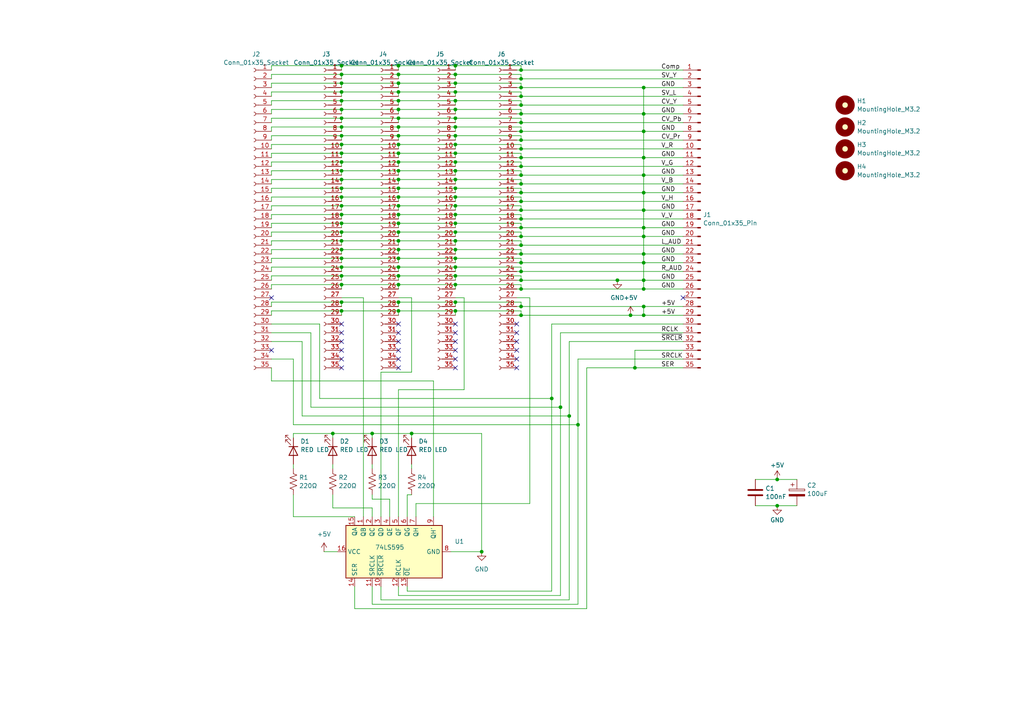
<source format=kicad_sch>
(kicad_sch (version 20231120) (generator "eeschema") (generator_version "8.0")
  (paper "A4")
  (lib_symbols
    (symbol "+5V_1" (power) (pin_numbers hide) (pin_names (offset 0) hide)
      (property "Value" "+5V" (at 0 3.556 0))
      (symbol "+5V_1_1_1"
        (pin power_in line (at 0 0 90) (length 0) (name "~") (number "1"))
      )
    )
    (symbol "74xx:74LS595"
      (property "Reference" "U" (at -7.62 13.97 0))
      (property "Value" "74LS595" (at -7.62 -16.51 0))
      (symbol "74LS595_1_0"
        (pin tri_state line (at 10.16 7.62 180) (length 2.54) (name "QB") (number "1"))
        (pin input line (at -10.16 2.54 0) (length 2.54) (name "~{SRCLR}") (number "10"))
        (pin input line (at -10.16 5.08 0) (length 2.54) (name "SRCLK") (number "11"))
        (pin input line (at -10.16 -2.54 0) (length 2.54) (name "RCLK") (number "12"))
        (pin input line (at -10.16 -5.08 0) (length 2.54) (name "~{OE}") (number "13"))
        (pin input line (at -10.16 10.16 0) (length 2.54) (name "SER") (number "14"))
        (pin tri_state line (at 10.16 10.16 180) (length 2.54) (name "QA") (number "15"))
        (pin power_in line (at 0 15.24 270) (length 2.54) (name "VCC") (number "16"))
        (pin tri_state line (at 10.16 5.08 180) (length 2.54) (name "QC") (number "2"))
        (pin tri_state line (at 10.16 2.54 180) (length 2.54) (name "QD") (number "3"))
        (pin tri_state line (at 10.16 0 180) (length 2.54) (name "QE") (number "4"))
        (pin tri_state line (at 10.16 -2.54 180) (length 2.54) (name "QF") (number "5"))
        (pin tri_state line (at 10.16 -5.08 180) (length 2.54) (name "QG") (number "6"))
        (pin tri_state line (at 10.16 -7.62 180) (length 2.54) (name "QH") (number "7"))
        (pin power_in line (at 0 -17.78 90) (length 2.54) (name "GND") (number "8"))
        (pin output line (at 10.16 -12.7 180) (length 2.54) (name "QH'") (number "9"))
      )
    )
    (symbol "Connector:Conn_01x35_Pin" (pin_names (offset 1.016) hide)
      (property "Reference" "J" (at 0 45.72 0))
      (property "Value" "Conn_01x35_Pin" (at 0 -45.72 0))
      (symbol "Conn_01x35_Pin_1_1"
        (pin passive line (at 5.08 43.18 180) (length 3.81) (name "Pin_1") (number "1"))
        (pin passive line (at 5.08 20.32 180) (length 3.81) (name "Pin_10") (number "10"))
        (pin passive line (at 5.08 17.78 180) (length 3.81) (name "Pin_11") (number "11"))
        (pin passive line (at 5.08 15.24 180) (length 3.81) (name "Pin_12") (number "12"))
        (pin passive line (at 5.08 12.7 180) (length 3.81) (name "Pin_13") (number "13"))
        (pin passive line (at 5.08 10.16 180) (length 3.81) (name "Pin_14") (number "14"))
        (pin passive line (at 5.08 7.62 180) (length 3.81) (name "Pin_15") (number "15"))
        (pin passive line (at 5.08 5.08 180) (length 3.81) (name "Pin_16") (number "16"))
        (pin passive line (at 5.08 2.54 180) (length 3.81) (name "Pin_17") (number "17"))
        (pin passive line (at 5.08 0 180) (length 3.81) (name "Pin_18") (number "18"))
        (pin passive line (at 5.08 -2.54 180) (length 3.81) (name "Pin_19") (number "19"))
        (pin passive line (at 5.08 40.64 180) (length 3.81) (name "Pin_2") (number "2"))
        (pin passive line (at 5.08 -5.08 180) (length 3.81) (name "Pin_20") (number "20"))
        (pin passive line (at 5.08 -7.62 180) (length 3.81) (name "Pin_21") (number "21"))
        (pin passive line (at 5.08 -10.16 180) (length 3.81) (name "Pin_22") (number "22"))
        (pin passive line (at 5.08 -12.7 180) (length 3.81) (name "Pin_23") (number "23"))
        (pin passive line (at 5.08 -15.24 180) (length 3.81) (name "Pin_24") (number "24"))
        (pin passive line (at 5.08 -17.78 180) (length 3.81) (name "Pin_25") (number "25"))
        (pin passive line (at 5.08 -20.32 180) (length 3.81) (name "Pin_26") (number "26"))
        (pin passive line (at 5.08 -22.86 180) (length 3.81) (name "Pin_27") (number "27"))
        (pin passive line (at 5.08 -25.4 180) (length 3.81) (name "Pin_28") (number "28"))
        (pin passive line (at 5.08 -27.94 180) (length 3.81) (name "Pin_29") (number "29"))
        (pin passive line (at 5.08 38.1 180) (length 3.81) (name "Pin_3") (number "3"))
        (pin passive line (at 5.08 -30.48 180) (length 3.81) (name "Pin_30") (number "30"))
        (pin passive line (at 5.08 -33.02 180) (length 3.81) (name "Pin_31") (number "31"))
        (pin passive line (at 5.08 -35.56 180) (length 3.81) (name "Pin_32") (number "32"))
        (pin passive line (at 5.08 -38.1 180) (length 3.81) (name "Pin_33") (number "33"))
        (pin passive line (at 5.08 -40.64 180) (length 3.81) (name "Pin_34") (number "34"))
        (pin passive line (at 5.08 -43.18 180) (length 3.81) (name "Pin_35") (number "35"))
        (pin passive line (at 5.08 35.56 180) (length 3.81) (name "Pin_4") (number "4"))
        (pin passive line (at 5.08 33.02 180) (length 3.81) (name "Pin_5") (number "5"))
        (pin passive line (at 5.08 30.48 180) (length 3.81) (name "Pin_6") (number "6"))
        (pin passive line (at 5.08 27.94 180) (length 3.81) (name "Pin_7") (number "7"))
        (pin passive line (at 5.08 25.4 180) (length 3.81) (name "Pin_8") (number "8"))
        (pin passive line (at 5.08 22.86 180) (length 3.81) (name "Pin_9") (number "9"))
      )
    )
    (symbol "Connector:Conn_01x35_Socket" (pin_names (offset 1.016) hide)
      (property "Reference" "J" (at 0 45.72 0))
      (property "Value" "Conn_01x35_Socket" (at 0 -45.72 0))
      (symbol "Conn_01x35_Socket_1_1"
        (pin passive line (at -5.08 43.18 0) (length 3.81) (name "Pin_1") (number "1"))
        (pin passive line (at -5.08 20.32 0) (length 3.81) (name "Pin_10") (number "10"))
        (pin passive line (at -5.08 17.78 0) (length 3.81) (name "Pin_11") (number "11"))
        (pin passive line (at -5.08 15.24 0) (length 3.81) (name "Pin_12") (number "12"))
        (pin passive line (at -5.08 12.7 0) (length 3.81) (name "Pin_13") (number "13"))
        (pin passive line (at -5.08 10.16 0) (length 3.81) (name "Pin_14") (number "14"))
        (pin passive line (at -5.08 7.62 0) (length 3.81) (name "Pin_15") (number "15"))
        (pin passive line (at -5.08 5.08 0) (length 3.81) (name "Pin_16") (number "16"))
        (pin passive line (at -5.08 2.54 0) (length 3.81) (name "Pin_17") (number "17"))
        (pin passive line (at -5.08 0 0) (length 3.81) (name "Pin_18") (number "18"))
        (pin passive line (at -5.08 -2.54 0) (length 3.81) (name "Pin_19") (number "19"))
        (pin passive line (at -5.08 40.64 0) (length 3.81) (name "Pin_2") (number "2"))
        (pin passive line (at -5.08 -5.08 0) (length 3.81) (name "Pin_20") (number "20"))
        (pin passive line (at -5.08 -7.62 0) (length 3.81) (name "Pin_21") (number "21"))
        (pin passive line (at -5.08 -10.16 0) (length 3.81) (name "Pin_22") (number "22"))
        (pin passive line (at -5.08 -12.7 0) (length 3.81) (name "Pin_23") (number "23"))
        (pin passive line (at -5.08 -15.24 0) (length 3.81) (name "Pin_24") (number "24"))
        (pin passive line (at -5.08 -17.78 0) (length 3.81) (name "Pin_25") (number "25"))
        (pin passive line (at -5.08 -20.32 0) (length 3.81) (name "Pin_26") (number "26"))
        (pin passive line (at -5.08 -22.86 0) (length 3.81) (name "Pin_27") (number "27"))
        (pin passive line (at -5.08 -25.4 0) (length 3.81) (name "Pin_28") (number "28"))
        (pin passive line (at -5.08 -27.94 0) (length 3.81) (name "Pin_29") (number "29"))
        (pin passive line (at -5.08 38.1 0) (length 3.81) (name "Pin_3") (number "3"))
        (pin passive line (at -5.08 -30.48 0) (length 3.81) (name "Pin_30") (number "30"))
        (pin passive line (at -5.08 -33.02 0) (length 3.81) (name "Pin_31") (number "31"))
        (pin passive line (at -5.08 -35.56 0) (length 3.81) (name "Pin_32") (number "32"))
        (pin passive line (at -5.08 -38.1 0) (length 3.81) (name "Pin_33") (number "33"))
        (pin passive line (at -5.08 -40.64 0) (length 3.81) (name "Pin_34") (number "34"))
        (pin passive line (at -5.08 -43.18 0) (length 3.81) (name "Pin_35") (number "35"))
        (pin passive line (at -5.08 35.56 0) (length 3.81) (name "Pin_4") (number "4"))
        (pin passive line (at -5.08 33.02 0) (length 3.81) (name "Pin_5") (number "5"))
        (pin passive line (at -5.08 30.48 0) (length 3.81) (name "Pin_6") (number "6"))
        (pin passive line (at -5.08 27.94 0) (length 3.81) (name "Pin_7") (number "7"))
        (pin passive line (at -5.08 25.4 0) (length 3.81) (name "Pin_8") (number "8"))
        (pin passive line (at -5.08 22.86 0) (length 3.81) (name "Pin_9") (number "9"))
      )
    )
    (symbol "Device:C" (pin_numbers hide) (pin_names (offset 0.254))
      (property "Reference" "C" (at 0.635 2.54 0))
      (property "Value" "C" (at 0.635 -2.54 0))
      (symbol "C_1_1"
        (pin passive line (at 0 3.81 270) (length 2.794) (name "~") (number "1"))
        (pin passive line (at 0 -3.81 90) (length 2.794) (name "~") (number "2"))
      )
    )
    (symbol "Device:C_Polarized" (pin_numbers hide) (pin_names (offset 0.254))
      (property "Reference" "C" (at 0.635 2.54 0))
      (property "Value" "C_Polarized" (at 0.635 -2.54 0))
      (symbol "C_Polarized_1_1"
        (pin passive line (at 0 3.81 270) (length 2.794) (name "~") (number "1"))
        (pin passive line (at 0 -3.81 90) (length 2.794) (name "~") (number "2"))
      )
    )
    (symbol "Device:LED" (pin_numbers hide) (pin_names (offset 1.016) hide)
      (property "Reference" "D" (at 0 2.54 0))
      (property "Value" "LED" (at 0 -2.54 0))
      (symbol "LED_1_1"
        (pin passive line (at -3.81 0 0) (length 2.54) (name "K") (number "1"))
        (pin passive line (at 3.81 0 180) (length 2.54) (name "A") (number "2"))
      )
    )
    (symbol "Device:R_US" (pin_numbers hide) (pin_names (offset 0))
      (property "Reference" "R" (at 2.54 0 90))
      (property "Value" "R_US" (at -2.54 0 90))
      (symbol "R_US_1_1"
        (pin passive line (at 0 3.81 270) (length 1.27) (name "~") (number "1"))
        (pin passive line (at 0 -3.81 90) (length 1.27) (name "~") (number "2"))
      )
    )
    (symbol "GND_1" (power) (pin_numbers hide) (pin_names (offset 0) hide)
      (property "Value" "GND" (at 0 -3.81 0))
      (symbol "GND_1_1_1"
        (pin power_in line (at 0 0 270) (length 0) (name "~") (number "1"))
      )
    )
    (symbol "PCM_SL_Mechanical:MountingHole_M3"
      (property "Reference" "H" (at 0 7.62 0))
      (property "Value" "MountingHole_M3" (at 0 5.08 0))
    )
    (symbol "power:+5V" (power) (pin_names (offset 0))
      (property "Value" "+5V" (at 0 3.556 0))
      (symbol "+5V_1_1"
        (pin power_in line (at 0 0 90) (length 0) hide (name "+5V") (number "1"))
      )
    )
    (symbol "power:GND" (power) (pin_names (offset 0))
      (property "Value" "GND" (at 0 -3.81 0))
      (symbol "GND_1_1"
        (pin power_in line (at 0 0 270) (length 0) hide (name "GND") (number "1"))
      )
    )
  )
  (junction (at 99.06 21.59))
  (junction (at 151.13 53.34))
  (junction (at 115.57 77.47))
  (junction (at 99.06 39.37))
  (junction (at 151.13 38.1))
  (junction (at 115.57 36.83))
  (junction (at 132.08 46.99))
  (junction (at 184.15 106.68))
  (junction (at 99.06 41.91))
  (junction (at 165.1 120.65))
  (junction (at 151.13 63.5))
  (junction (at 186.69 60.96))
  (junction (at 132.08 80.01))
  (junction (at 99.06 67.31))
  (junction (at 115.57 87.63))
  (junction (at 99.06 31.75))
  (junction (at 99.06 44.45))
  (junction (at 132.08 67.31))
  (junction (at 186.69 38.1))
  (junction (at 99.06 19.05))
  (junction (at 186.69 66.04))
  (junction (at 115.57 74.93))
  (junction (at 132.08 29.21))
  (junction (at 151.13 55.88))
  (junction (at 186.69 73.66))
  (junction (at 115.57 62.23))
  (junction (at 115.57 41.91))
  (junction (at 186.69 76.2))
  (junction (at 115.57 19.05))
  (junction (at 151.13 45.72))
  (junction (at 132.08 24.13))
  (junction (at 132.08 59.69))
  (junction (at 119.38 125.73))
  (junction (at 99.06 52.07))
  (junction (at 99.06 46.99))
  (junction (at 186.69 81.28))
  (junction (at 115.57 52.07))
  (junction (at 115.57 44.45))
  (junction (at 96.52 125.73))
  (junction (at 115.57 29.21))
  (junction (at 99.06 49.53))
  (junction (at 132.08 34.29))
  (junction (at 182.88 91.44))
  (junction (at 115.57 31.75))
  (junction (at 151.13 30.48))
  (junction (at 151.13 22.86))
  (junction (at 132.08 49.53))
  (junction (at 99.06 62.23))
  (junction (at 99.06 82.55))
  (junction (at 132.08 26.67))
  (junction (at 132.08 54.61))
  (junction (at 151.13 43.18))
  (junction (at 115.57 46.99))
  (junction (at 132.08 82.55))
  (junction (at 151.13 48.26))
  (junction (at 132.08 52.07))
  (junction (at 132.08 74.93))
  (junction (at 99.06 87.63))
  (junction (at 132.08 31.75))
  (junction (at 132.08 77.47))
  (junction (at 99.06 77.47))
  (junction (at 162.56 118.11))
  (junction (at 132.08 69.85))
  (junction (at 186.69 88.9))
  (junction (at 167.64 123.19))
  (junction (at 225.425 146.685))
  (junction (at 115.57 39.37))
  (junction (at 115.57 21.59))
  (junction (at 132.08 64.77))
  (junction (at 107.95 125.73))
  (junction (at 151.13 71.12))
  (junction (at 99.06 72.39))
  (junction (at 115.57 90.17))
  (junction (at 151.13 60.96))
  (junction (at 151.13 20.32))
  (junction (at 132.08 62.23))
  (junction (at 99.06 64.77))
  (junction (at 115.57 24.13))
  (junction (at 99.06 90.17))
  (junction (at 186.69 68.58))
  (junction (at 186.69 91.44))
  (junction (at 151.13 81.28))
  (junction (at 151.13 66.04))
  (junction (at 151.13 68.58))
  (junction (at 132.08 21.59))
  (junction (at 179.07 81.28))
  (junction (at 99.06 80.01))
  (junction (at 99.06 57.15))
  (junction (at 115.57 64.77))
  (junction (at 151.13 76.2))
  (junction (at 99.06 74.93))
  (junction (at 151.13 35.56))
  (junction (at 115.57 67.31))
  (junction (at 139.7 160.02))
  (junction (at 132.08 41.91))
  (junction (at 115.57 59.69))
  (junction (at 151.13 27.94))
  (junction (at 99.06 29.21))
  (junction (at 151.13 40.64))
  (junction (at 99.06 59.69))
  (junction (at 160.02 115.57))
  (junction (at 186.69 83.82))
  (junction (at 115.57 72.39))
  (junction (at 115.57 82.55))
  (junction (at 151.13 25.4))
  (junction (at 186.69 50.8))
  (junction (at 115.57 54.61))
  (junction (at 115.57 26.67))
  (junction (at 225.425 139.065))
  (junction (at 151.13 73.66))
  (junction (at 132.08 19.05))
  (junction (at 99.06 36.83))
  (junction (at 186.69 45.72))
  (junction (at 151.13 83.82))
  (junction (at 132.08 39.37))
  (junction (at 151.13 88.9))
  (junction (at 115.57 49.53))
  (junction (at 132.08 44.45))
  (junction (at 115.57 69.85))
  (junction (at 99.06 24.13))
  (junction (at 132.08 87.63))
  (junction (at 99.06 26.67))
  (junction (at 151.13 78.74))
  (junction (at 99.06 34.29))
  (junction (at 115.57 34.29))
  (junction (at 115.57 80.01))
  (junction (at 186.69 33.02))
  (junction (at 186.69 55.88))
  (junction (at 132.08 72.39))
  (junction (at 115.57 57.15))
  (junction (at 99.06 54.61))
  (junction (at 151.13 50.8))
  (junction (at 151.13 91.44))
  (junction (at 132.08 57.15))
  (junction (at 132.08 36.83))
  (junction (at 151.13 58.42))
  (junction (at 186.69 25.4))
  (junction (at 151.13 33.02))
  (junction (at 99.06 69.85))
  (junction (at 132.08 90.17))
  (no_connect (at 149.86 104.14))
  (no_connect (at 149.86 106.68))
  (no_connect (at 99.06 101.6))
  (no_connect (at 78.74 101.6))
  (no_connect (at 149.86 101.6))
  (no_connect (at 99.06 106.68))
  (no_connect (at 99.06 96.52))
  (no_connect (at 115.57 93.98))
  (no_connect (at 115.57 96.52))
  (no_connect (at 132.08 96.52))
  (no_connect (at 99.06 99.06))
  (no_connect (at 132.08 106.68))
  (no_connect (at 149.86 96.52))
  (no_connect (at 132.08 101.6))
  (no_connect (at 115.57 106.68))
  (no_connect (at 149.86 93.98))
  (no_connect (at 132.08 104.14))
  (no_connect (at 198.12 86.36))
  (no_connect (at 78.74 86.36))
  (no_connect (at 115.57 104.14))
  (no_connect (at 132.08 93.98))
  (no_connect (at 115.57 99.06))
  (no_connect (at 132.08 99.06))
  (no_connect (at 149.86 99.06))
  (no_connect (at 99.06 93.98))
  (no_connect (at 115.57 101.6))
  (no_connect (at 99.06 104.14))
  (wire (pts (xy 78.74 59.69) (xy 99.06 59.69)))
  (wire (pts (xy 115.57 64.77) (xy 115.57 66.04)))
  (wire (pts (xy 151.13 22.86) (xy 151.13 21.59)))
  (wire (pts (xy 186.69 38.1) (xy 186.69 33.02)))
  (wire (pts (xy 96.52 125.73) (xy 96.52 127)))
  (wire (pts (xy 151.13 66.04) (xy 186.69 66.04)))
  (wire (pts (xy 151.13 21.59) (xy 132.08 21.59)))
  (wire (pts (xy 151.13 45.72) (xy 151.13 44.45)))
  (wire (pts (xy 151.13 73.66) (xy 151.13 72.39)))
  (wire (pts (xy 151.13 36.83) (xy 132.08 36.83)))
  (wire (pts (xy 115.57 80.01) (xy 115.57 81.28)))
  (wire (pts (xy 78.74 80.01) (xy 99.06 80.01)))
  (wire (pts (xy 78.74 44.45) (xy 78.74 45.72)))
  (wire (pts (xy 151.13 39.37) (xy 132.08 39.37)))
  (wire (pts (xy 151.13 91.44) (xy 151.13 90.17)))
  (wire (pts (xy 115.57 19.05) (xy 99.06 19.05)))
  (wire (pts (xy 219.075 146.685) (xy 225.425 146.685)))
  (wire (pts (xy 78.74 62.23) (xy 99.06 62.23)))
  (wire (pts (xy 78.74 93.98) (xy 92.71 93.98)))
  (wire (pts (xy 107.95 144.78) (xy 107.95 143.51)))
  (wire (pts (xy 132.08 67.31) (xy 115.57 67.31)))
  (wire (pts (xy 115.57 69.85) (xy 115.57 71.12)))
  (wire (pts (xy 132.08 62.23) (xy 132.08 63.5)))
  (wire (pts (xy 132.08 44.45) (xy 132.08 45.72)))
  (wire (pts (xy 151.13 63.5) (xy 151.13 62.23)))
  (wire (pts (xy 167.64 123.19) (xy 167.64 175.26)))
  (wire (pts (xy 99.06 72.39) (xy 99.06 73.66)))
  (wire (pts (xy 78.74 87.63) (xy 99.06 87.63)))
  (wire (pts (xy 99.06 87.63) (xy 99.06 88.9)))
  (wire (pts (xy 118.11 170.18) (xy 118.11 171.45)))
  (wire (pts (xy 151.13 48.26) (xy 151.13 46.99)))
  (wire (pts (xy 132.08 44.45) (xy 115.57 44.45)))
  (wire (pts (xy 90.17 118.11) (xy 162.56 118.11)))
  (wire (pts (xy 186.69 68.58) (xy 198.12 68.58)))
  (wire (pts (xy 132.08 39.37) (xy 115.57 39.37)))
  (wire (pts (xy 149.86 73.66) (xy 151.13 73.66)))
  (wire (pts (xy 149.86 91.44) (xy 151.13 91.44)))
  (wire (pts (xy 151.13 41.91) (xy 132.08 41.91)))
  (wire (pts (xy 115.57 26.67) (xy 115.57 27.94)))
  (wire (pts (xy 132.08 49.53) (xy 132.08 50.8)))
  (wire (pts (xy 132.08 77.47) (xy 132.08 78.74)))
  (wire (pts (xy 151.13 71.12) (xy 198.12 71.12)))
  (wire (pts (xy 160.02 171.45) (xy 160.02 115.57)))
  (wire (pts (xy 186.69 25.4) (xy 186.69 33.02)))
  (wire (pts (xy 151.13 69.85) (xy 132.08 69.85)))
  (wire (pts (xy 151.13 78.74) (xy 198.12 78.74)))
  (wire (pts (xy 151.13 54.61) (xy 132.08 54.61)))
  (wire (pts (xy 151.13 53.34) (xy 198.12 53.34)))
  (wire (pts (xy 107.95 175.26) (xy 107.95 170.18)))
  (wire (pts (xy 99.06 54.61) (xy 99.06 55.88)))
  (wire (pts (xy 78.74 26.67) (xy 99.06 26.67)))
  (wire (pts (xy 132.08 41.91) (xy 132.08 43.18)))
  (wire (pts (xy 151.13 77.47) (xy 132.08 77.47)))
  (wire (pts (xy 78.74 54.61) (xy 78.74 55.88)))
  (wire (pts (xy 130.81 160.02) (xy 139.7 160.02)))
  (wire (pts (xy 186.69 73.66) (xy 198.12 73.66)))
  (wire (pts (xy 151.13 76.2) (xy 151.13 74.93)))
  (wire (pts (xy 170.18 106.68) (xy 184.15 106.68)))
  (wire (pts (xy 78.74 64.77) (xy 78.74 66.04)))
  (wire (pts (xy 115.57 31.75) (xy 99.06 31.75)))
  (wire (pts (xy 151.13 66.04) (xy 151.13 64.77)))
  (wire (pts (xy 186.69 25.4) (xy 198.12 25.4)))
  (wire (pts (xy 132.08 87.63) (xy 132.08 88.9)))
  (wire (pts (xy 99.06 49.53) (xy 99.06 50.8)))
  (wire (pts (xy 151.13 62.23) (xy 132.08 62.23)))
  (wire (pts (xy 113.03 149.86) (xy 113.03 144.78)))
  (wire (pts (xy 151.13 40.64) (xy 198.12 40.64)))
  (wire (pts (xy 99.06 44.45) (xy 99.06 45.72)))
  (wire (pts (xy 149.86 22.86) (xy 151.13 22.86)))
  (wire (pts (xy 119.38 127) (xy 119.38 125.73)))
  (wire (pts (xy 151.13 26.67) (xy 132.08 26.67)))
  (wire (pts (xy 132.08 64.77) (xy 115.57 64.77)))
  (wire (pts (xy 115.57 172.72) (xy 162.56 172.72)))
  (wire (pts (xy 132.08 57.15) (xy 132.08 58.42)))
  (wire (pts (xy 149.86 71.12) (xy 151.13 71.12)))
  (wire (pts (xy 151.13 55.88) (xy 151.13 54.61)))
  (wire (pts (xy 78.74 29.21) (xy 78.74 30.48)))
  (wire (pts (xy 151.13 91.44) (xy 182.88 91.44)))
  (wire (pts (xy 132.08 57.15) (xy 115.57 57.15)))
  (wire (pts (xy 115.57 72.39) (xy 115.57 73.66)))
  (wire (pts (xy 151.13 25.4) (xy 151.13 24.13)))
  (wire (pts (xy 78.74 96.52) (xy 90.17 96.52)))
  (wire (pts (xy 118.11 143.51) (xy 119.38 143.51)))
  (wire (pts (xy 115.57 57.15) (xy 99.06 57.15)))
  (wire (pts (xy 99.06 82.55) (xy 99.06 83.82)))
  (wire (pts (xy 78.74 54.61) (xy 99.06 54.61)))
  (wire (pts (xy 151.13 76.2) (xy 186.69 76.2)))
  (wire (pts (xy 90.17 96.52) (xy 90.17 118.11)))
  (wire (pts (xy 151.13 59.69) (xy 132.08 59.69)))
  (wire (pts (xy 115.57 59.69) (xy 115.57 60.96)))
  (wire (pts (xy 149.86 78.74) (xy 151.13 78.74)))
  (wire (pts (xy 78.74 24.13) (xy 78.74 25.4)))
  (wire (pts (xy 99.06 46.99) (xy 99.06 48.26)))
  (wire (pts (xy 151.13 55.88) (xy 186.69 55.88)))
  (wire (pts (xy 99.06 59.69) (xy 99.06 60.96)))
  (wire (pts (xy 87.63 120.65) (xy 165.1 120.65)))
  (wire (pts (xy 151.13 64.77) (xy 132.08 64.77)))
  (wire (pts (xy 78.74 59.69) (xy 78.74 60.96)))
  (wire (pts (xy 115.57 24.13) (xy 115.57 25.4)))
  (wire (pts (xy 107.95 127) (xy 107.95 125.73)))
  (wire (pts (xy 115.57 26.67) (xy 99.06 26.67)))
  (wire (pts (xy 115.57 80.01) (xy 99.06 80.01)))
  (wire (pts (xy 151.13 27.94) (xy 198.12 27.94)))
  (wire (pts (xy 132.08 52.07) (xy 132.08 53.34)))
  (wire (pts (xy 151.13 88.9) (xy 186.69 88.9)))
  (wire (pts (xy 225.425 146.685) (xy 231.14 146.685)))
  (wire (pts (xy 92.71 115.57) (xy 160.02 115.57)))
  (wire (pts (xy 78.74 46.99) (xy 78.74 48.26)))
  (wire (pts (xy 115.57 62.23) (xy 115.57 63.5)))
  (wire (pts (xy 184.15 106.68) (xy 198.12 106.68)))
  (wire (pts (xy 149.86 66.04) (xy 151.13 66.04)))
  (wire (pts (xy 151.13 67.31) (xy 132.08 67.31)))
  (wire (pts (xy 186.69 88.9) (xy 198.12 88.9)))
  (wire (pts (xy 99.06 24.13) (xy 99.06 25.4)))
  (wire (pts (xy 78.74 49.53) (xy 99.06 49.53)))
  (wire (pts (xy 115.57 21.59) (xy 115.57 22.86)))
  (wire (pts (xy 151.13 58.42) (xy 198.12 58.42)))
  (wire (pts (xy 78.74 44.45) (xy 99.06 44.45)))
  (wire (pts (xy 78.74 67.31) (xy 78.74 68.58)))
  (wire (pts (xy 132.08 90.17) (xy 132.08 91.44)))
  (wire (pts (xy 151.13 50.8) (xy 186.69 50.8)))
  (wire (pts (xy 132.08 21.59) (xy 132.08 22.86)))
  (wire (pts (xy 151.13 34.29) (xy 132.08 34.29)))
  (wire (pts (xy 78.74 24.13) (xy 99.06 24.13)))
  (wire (pts (xy 151.13 43.18) (xy 151.13 41.91)))
  (wire (pts (xy 132.08 31.75) (xy 132.08 33.02)))
  (wire (pts (xy 107.95 147.32) (xy 96.52 147.32)))
  (wire (pts (xy 118.11 171.45) (xy 160.02 171.45)))
  (wire (pts (xy 132.08 49.53) (xy 115.57 49.53)))
  (wire (pts (xy 151.13 81.28) (xy 151.13 80.01)))
  (wire (pts (xy 115.57 52.07) (xy 115.57 53.34)))
  (wire (pts (xy 99.06 34.29) (xy 99.06 35.56)))
  (wire (pts (xy 115.57 52.07) (xy 99.06 52.07)))
  (wire (pts (xy 149.86 43.18) (xy 151.13 43.18)))
  (wire (pts (xy 132.08 82.55) (xy 115.57 82.55)))
  (wire (pts (xy 115.57 82.55) (xy 115.57 83.82)))
  (wire (pts (xy 113.03 144.78) (xy 107.95 144.78)))
  (wire (pts (xy 225.425 139.065) (xy 231.14 139.065)))
  (wire (pts (xy 132.08 52.07) (xy 115.57 52.07)))
  (wire (pts (xy 78.74 87.63) (xy 78.74 88.9)))
  (wire (pts (xy 99.06 64.77) (xy 99.06 66.04)))
  (wire (pts (xy 115.57 67.31) (xy 115.57 68.58)))
  (wire (pts (xy 151.13 30.48) (xy 198.12 30.48)))
  (wire (pts (xy 151.13 20.32) (xy 151.13 19.05)))
  (wire (pts (xy 151.13 52.07) (xy 132.08 52.07)))
  (wire (pts (xy 78.74 26.67) (xy 78.74 27.94)))
  (wire (pts (xy 115.57 74.93) (xy 115.57 76.2)))
  (wire (pts (xy 186.69 50.8) (xy 198.12 50.8)))
  (wire (pts (xy 115.57 29.21) (xy 99.06 29.21)))
  (wire (pts (xy 119.38 86.36) (xy 115.57 86.36)))
  (wire (pts (xy 151.13 50.8) (xy 151.13 49.53)))
  (wire (pts (xy 99.06 41.91) (xy 99.06 43.18)))
  (wire (pts (xy 151.13 29.21) (xy 132.08 29.21)))
  (wire (pts (xy 105.41 149.86) (xy 105.41 86.36)))
  (wire (pts (xy 115.57 64.77) (xy 99.06 64.77)))
  (wire (pts (xy 99.06 29.21) (xy 99.06 30.48)))
  (wire (pts (xy 115.57 67.31) (xy 99.06 67.31)))
  (wire (pts (xy 99.06 74.93) (xy 99.06 76.2)))
  (wire (pts (xy 151.13 31.75) (xy 132.08 31.75)))
  (wire (pts (xy 87.63 99.06) (xy 87.63 120.65)))
  (wire (pts (xy 151.13 78.74) (xy 151.13 77.47)))
  (wire (pts (xy 78.74 99.06) (xy 87.63 99.06)))
  (wire (pts (xy 151.13 72.39) (xy 132.08 72.39)))
  (wire (pts (xy 78.74 49.53) (xy 78.74 50.8)))
  (wire (pts (xy 99.06 31.75) (xy 99.06 33.02)))
  (wire (pts (xy 132.08 64.77) (xy 132.08 66.04)))
  (wire (pts (xy 186.69 81.28) (xy 198.12 81.28)))
  (wire (pts (xy 78.74 36.83) (xy 99.06 36.83)))
  (wire (pts (xy 115.57 87.63) (xy 99.06 87.63)))
  (wire (pts (xy 149.86 55.88) (xy 151.13 55.88)))
  (wire (pts (xy 115.57 41.91) (xy 115.57 43.18)))
  (wire (pts (xy 151.13 24.13) (xy 132.08 24.13)))
  (wire (pts (xy 78.74 72.39) (xy 99.06 72.39)))
  (wire (pts (xy 132.08 24.13) (xy 132.08 25.4)))
  (wire (pts (xy 78.74 34.29) (xy 78.74 35.56)))
  (wire (pts (xy 182.88 91.44) (xy 186.69 91.44)))
  (wire (pts (xy 115.57 90.17) (xy 99.06 90.17)))
  (wire (pts (xy 132.08 19.05) (xy 115.57 19.05)))
  (wire (pts (xy 151.13 83.82) (xy 186.69 83.82)))
  (wire (pts (xy 151.13 68.58) (xy 186.69 68.58)))
  (wire (pts (xy 153.67 146.05) (xy 153.67 86.36)))
  (wire (pts (xy 132.08 39.37) (xy 132.08 40.64)))
  (wire (pts (xy 115.57 36.83) (xy 115.57 38.1)))
  (wire (pts (xy 115.57 49.53) (xy 99.06 49.53)))
  (wire (pts (xy 165.1 120.65) (xy 165.1 173.99)))
  (wire (pts (xy 115.57 46.99) (xy 99.06 46.99)))
  (wire (pts (xy 115.57 41.91) (xy 99.06 41.91)))
  (wire (pts (xy 78.74 110.49) (xy 78.74 106.68)))
  (wire (pts (xy 151.13 38.1) (xy 151.13 36.83)))
  (wire (pts (xy 96.52 134.62) (xy 96.52 135.89)))
  (wire (pts (xy 78.74 46.99) (xy 99.06 46.99)))
  (wire (pts (xy 115.57 90.17) (xy 115.57 91.44)))
  (wire (pts (xy 78.74 57.15) (xy 78.74 58.42)))
  (wire (pts (xy 151.13 22.86) (xy 198.12 22.86)))
  (wire (pts (xy 151.13 40.64) (xy 151.13 39.37)))
  (wire (pts (xy 102.87 176.53) (xy 170.18 176.53)))
  (wire (pts (xy 132.08 74.93) (xy 132.08 76.2)))
  (wire (pts (xy 78.74 41.91) (xy 99.06 41.91)))
  (wire (pts (xy 115.57 34.29) (xy 99.06 34.29)))
  (wire (pts (xy 132.08 80.01) (xy 115.57 80.01)))
  (wire (pts (xy 115.57 34.29) (xy 115.57 35.56)))
  (wire (pts (xy 78.74 29.21) (xy 99.06 29.21)))
  (wire (pts (xy 132.08 36.83) (xy 115.57 36.83)))
  (wire (pts (xy 125.73 110.49) (xy 125.73 149.86)))
  (wire (pts (xy 78.74 80.01) (xy 78.74 81.28)))
  (wire (pts (xy 78.74 77.47) (xy 78.74 78.74)))
  (wire (pts (xy 219.075 139.065) (xy 225.425 139.065)))
  (wire (pts (xy 115.57 36.83) (xy 99.06 36.83)))
  (wire (pts (xy 119.38 125.73) (xy 139.7 125.73)))
  (wire (pts (xy 78.74 57.15) (xy 99.06 57.15)))
  (wire (pts (xy 151.13 20.32) (xy 198.12 20.32)))
  (wire (pts (xy 153.67 86.36) (xy 149.86 86.36)))
  (wire (pts (xy 186.69 88.9) (xy 186.69 91.44)))
  (wire (pts (xy 85.09 104.14) (xy 85.09 123.19)))
  (wire (pts (xy 132.08 69.85) (xy 132.08 71.12)))
  (wire (pts (xy 110.49 107.95) (xy 110.49 149.86)))
  (wire (pts (xy 132.08 59.69) (xy 115.57 59.69)))
  (wire (pts (xy 78.74 19.05) (xy 78.74 20.32)))
  (wire (pts (xy 139.7 125.73) (xy 139.7 160.02)))
  (wire (pts (xy 151.13 33.02) (xy 151.13 31.75)))
  (wire (pts (xy 78.74 62.23) (xy 78.74 63.5)))
  (wire (pts (xy 99.06 39.37) (xy 99.06 40.64)))
  (wire (pts (xy 151.13 58.42) (xy 151.13 57.15)))
  (wire (pts (xy 186.69 68.58) (xy 186.69 66.04)))
  (wire (pts (xy 186.69 45.72) (xy 198.12 45.72)))
  (wire (pts (xy 134.62 113.03) (xy 134.62 86.36)))
  (wire (pts (xy 149.86 48.26) (xy 151.13 48.26)))
  (wire (pts (xy 151.13 82.55) (xy 132.08 82.55)))
  (wire (pts (xy 149.86 27.94) (xy 151.13 27.94)))
  (wire (pts (xy 149.86 30.48) (xy 151.13 30.48)))
  (wire (pts (xy 151.13 27.94) (xy 151.13 26.67)))
  (wire (pts (xy 149.86 63.5) (xy 151.13 63.5)))
  (wire (pts (xy 198.12 101.6) (xy 184.15 101.6)))
  (wire (pts (xy 151.13 73.66) (xy 186.69 73.66)))
  (wire (pts (xy 132.08 36.83) (xy 132.08 38.1)))
  (wire (pts (xy 186.69 76.2) (xy 198.12 76.2)))
  (wire (pts (xy 78.74 52.07) (xy 99.06 52.07)))
  (wire (pts (xy 115.57 170.18) (xy 115.57 172.72)))
  (wire (pts (xy 78.74 52.07) (xy 78.74 53.34)))
  (wire (pts (xy 115.57 77.47) (xy 115.57 78.74)))
  (wire (pts (xy 132.08 72.39) (xy 115.57 72.39)))
  (wire (pts (xy 149.86 88.9) (xy 151.13 88.9)))
  (wire (pts (xy 115.57 49.53) (xy 115.57 50.8)))
  (wire (pts (xy 99.06 69.85) (xy 99.06 71.12)))
  (wire (pts (xy 132.08 72.39) (xy 132.08 73.66)))
  (wire (pts (xy 78.74 82.55) (xy 78.74 83.82)))
  (wire (pts (xy 115.57 31.75) (xy 115.57 33.02)))
  (wire (pts (xy 162.56 172.72) (xy 162.56 118.11)))
  (wire (pts (xy 120.65 146.05) (xy 153.67 146.05)))
  (wire (pts (xy 85.09 143.51) (xy 85.09 149.86)))
  (wire (pts (xy 149.86 81.28) (xy 151.13 81.28)))
  (wire (pts (xy 78.74 31.75) (xy 78.74 33.02)))
  (wire (pts (xy 149.86 40.64) (xy 151.13 40.64)))
  (wire (pts (xy 92.71 93.98) (xy 92.71 115.57)))
  (wire (pts (xy 132.08 77.47) (xy 115.57 77.47)))
  (wire (pts (xy 184.15 101.6) (xy 184.15 106.68)))
  (wire (pts (xy 99.06 57.15) (xy 99.06 58.42)))
  (wire (pts (xy 85.09 125.73) (xy 85.09 127)))
  (wire (pts (xy 151.13 60.96) (xy 186.69 60.96)))
  (wire (pts (xy 186.69 55.88) (xy 186.69 50.8)))
  (wire (pts (xy 102.87 170.18) (xy 102.87 176.53)))
  (wire (pts (xy 132.08 59.69) (xy 132.08 60.96)))
  (wire (pts (xy 107.95 149.86) (xy 107.95 147.32)))
  (wire (pts (xy 151.13 25.4) (xy 186.69 25.4)))
  (wire (pts (xy 132.08 74.93) (xy 115.57 74.93)))
  (wire (pts (xy 118.11 149.86) (xy 118.11 143.51)))
  (wire (pts (xy 132.08 24.13) (xy 115.57 24.13)))
  (wire (pts (xy 151.13 80.01) (xy 132.08 80.01)))
  (wire (pts (xy 165.1 99.06) (xy 165.1 120.65)))
  (wire (pts (xy 132.08 19.05) (xy 132.08 20.32)))
  (wire (pts (xy 151.13 38.1) (xy 186.69 38.1)))
  (wire (pts (xy 149.86 76.2) (xy 151.13 76.2)))
  (wire (pts (xy 78.74 39.37) (xy 99.06 39.37)))
  (wire (pts (xy 110.49 173.99) (xy 110.49 170.18)))
  (wire (pts (xy 151.13 43.18) (xy 198.12 43.18)))
  (wire (pts (xy 115.57 54.61) (xy 99.06 54.61)))
  (wire (pts (xy 78.74 36.83) (xy 78.74 38.1)))
  (wire (pts (xy 132.08 80.01) (xy 132.08 81.28)))
  (wire (pts (xy 186.69 60.96) (xy 186.69 55.88)))
  (wire (pts (xy 78.74 77.47) (xy 99.06 77.47)))
  (wire (pts (xy 132.08 69.85) (xy 115.57 69.85)))
  (wire (pts (xy 78.74 19.05) (xy 99.06 19.05)))
  (wire (pts (xy 99.06 36.83) (xy 99.06 38.1)))
  (wire (pts (xy 99.06 19.05) (xy 99.06 20.32)))
  (wire (pts (xy 151.13 88.9) (xy 151.13 87.63)))
  (wire (pts (xy 115.57 69.85) (xy 99.06 69.85)))
  (wire (pts (xy 132.08 54.61) (xy 115.57 54.61)))
  (wire (pts (xy 132.08 87.63) (xy 115.57 87.63)))
  (wire (pts (xy 78.74 74.93) (xy 78.74 76.2)))
  (wire (pts (xy 115.57 149.86) (xy 115.57 113.03)))
  (wire (pts (xy 78.74 67.31) (xy 99.06 67.31)))
  (wire (pts (xy 99.06 52.07) (xy 99.06 53.34)))
  (wire (pts (xy 85.09 149.86) (xy 102.87 149.86)))
  (wire (pts (xy 134.62 86.36) (xy 132.08 86.36)))
  (wire (pts (xy 151.13 74.93) (xy 132.08 74.93)))
  (wire (pts (xy 149.86 20.32) (xy 151.13 20.32)))
  (wire (pts (xy 85.09 134.62) (xy 85.09 135.89)))
  (wire (pts (xy 186.69 66.04) (xy 198.12 66.04)))
  (wire (pts (xy 120.65 149.86) (xy 120.65 146.05)))
  (wire (pts (xy 132.08 29.21) (xy 115.57 29.21)))
  (wire (pts (xy 78.74 82.55) (xy 99.06 82.55)))
  (wire (pts (xy 119.38 134.62) (xy 119.38 135.89)))
  (wire (pts (xy 115.57 39.37) (xy 99.06 39.37)))
  (wire (pts (xy 151.13 60.96) (xy 151.13 59.69)))
  (wire (pts (xy 149.86 25.4) (xy 151.13 25.4)))
  (wire (pts (xy 198.12 99.06) (xy 165.1 99.06)))
  (wire (pts (xy 186.69 55.88) (xy 198.12 55.88)))
  (wire (pts (xy 132.08 26.67) (xy 115.57 26.67)))
  (wire (pts (xy 186.69 45.72) (xy 186.69 38.1)))
  (wire (pts (xy 186.69 91.44) (xy 198.12 91.44)))
  (wire (pts (xy 186.69 83.82) (xy 198.12 83.82)))
  (wire (pts (xy 151.13 35.56) (xy 151.13 34.29)))
  (wire (pts (xy 125.73 110.49) (xy 78.74 110.49)))
  (wire (pts (xy 115.57 24.13) (xy 99.06 24.13)))
  (wire (pts (xy 165.1 173.99) (xy 110.49 173.99)))
  (wire (pts (xy 78.74 21.59) (xy 78.74 22.86)))
  (wire (pts (xy 132.08 34.29) (xy 132.08 35.56)))
  (wire (pts (xy 96.52 125.73) (xy 107.95 125.73)))
  (wire (pts (xy 115.57 57.15) (xy 115.57 58.42)))
  (wire (pts (xy 151.13 57.15) (xy 132.08 57.15)))
  (wire (pts (xy 99.06 21.59) (xy 99.06 22.86)))
  (wire (pts (xy 99.06 80.01) (xy 99.06 81.28)))
  (wire (pts (xy 78.74 41.91) (xy 78.74 43.18)))
  (wire (pts (xy 132.08 82.55) (xy 132.08 83.82)))
  (wire (pts (xy 151.13 48.26) (xy 198.12 48.26)))
  (wire (pts (xy 99.06 77.47) (xy 99.06 78.74)))
  (wire (pts (xy 78.74 104.14) (xy 85.09 104.14)))
  (wire (pts (xy 115.57 62.23) (xy 99.06 62.23)))
  (wire (pts (xy 132.08 31.75) (xy 115.57 31.75)))
  (wire (pts (xy 149.86 33.02) (xy 151.13 33.02)))
  (wire (pts (xy 149.86 45.72) (xy 151.13 45.72)))
  (wire (pts (xy 132.08 26.67) (xy 132.08 27.94)))
  (wire (pts (xy 110.49 107.95) (xy 119.38 107.95)))
  (wire (pts (xy 99.06 62.23) (xy 99.06 63.5)))
  (wire (pts (xy 132.08 41.91) (xy 115.57 41.91)))
  (wire (pts (xy 78.74 31.75) (xy 99.06 31.75)))
  (wire (pts (xy 149.86 35.56) (xy 151.13 35.56)))
  (wire (pts (xy 151.13 81.28) (xy 179.07 81.28)))
  (wire (pts (xy 151.13 35.56) (xy 198.12 35.56)))
  (wire (pts (xy 93.98 160.02) (xy 97.79 160.02)))
  (wire (pts (xy 115.57 44.45) (xy 99.06 44.45)))
  (wire (pts (xy 151.13 49.53) (xy 132.08 49.53)))
  (wire (pts (xy 162.56 96.52) (xy 198.12 96.52)))
  (wire (pts (xy 119.38 107.95) (xy 119.38 86.36)))
  (wire (pts (xy 115.57 21.59) (xy 99.06 21.59)))
  (wire (pts (xy 160.02 115.57) (xy 160.02 93.98)))
  (wire (pts (xy 132.08 46.99) (xy 115.57 46.99)))
  (wire (pts (xy 78.74 64.77) (xy 99.06 64.77)))
  (wire (pts (xy 151.13 87.63) (xy 132.08 87.63)))
  (wire (pts (xy 115.57 54.61) (xy 115.57 55.88)))
  (wire (pts (xy 151.13 19.05) (xy 132.08 19.05)))
  (wire (pts (xy 151.13 30.48) (xy 151.13 29.21)))
  (wire (pts (xy 160.02 93.98) (xy 198.12 93.98)))
  (wire (pts (xy 149.86 50.8) (xy 151.13 50.8)))
  (wire (pts (xy 132.08 54.61) (xy 132.08 55.88)))
  (wire (pts (xy 115.57 44.45) (xy 115.57 45.72)))
  (wire (pts (xy 151.13 33.02) (xy 186.69 33.02)))
  (wire (pts (xy 78.74 39.37) (xy 78.74 40.64)))
  (wire (pts (xy 132.08 21.59) (xy 115.57 21.59)))
  (wire (pts (xy 107.95 134.62) (xy 107.95 135.89)))
  (wire (pts (xy 149.86 58.42) (xy 151.13 58.42)))
  (wire (pts (xy 170.18 176.53) (xy 170.18 106.68)))
  (wire (pts (xy 96.52 125.73) (xy 85.09 125.73)))
  (wire (pts (xy 115.57 39.37) (xy 115.57 40.64)))
  (wire (pts (xy 115.57 72.39) (xy 99.06 72.39)))
  (wire (pts (xy 78.74 34.29) (xy 99.06 34.29)))
  (wire (pts (xy 149.86 53.34) (xy 151.13 53.34)))
  (wire (pts (xy 151.13 68.58) (xy 151.13 67.31)))
  (wire (pts (xy 132.08 46.99) (xy 132.08 48.26)))
  (wire (pts (xy 115.57 74.93) (xy 99.06 74.93)))
  (wire (pts (xy 96.52 143.51) (xy 96.52 147.32)))
  (wire (pts (xy 132.08 34.29) (xy 115.57 34.29)))
  (wire (pts (xy 151.13 71.12) (xy 151.13 69.85)))
  (wire (pts (xy 115.57 77.47) (xy 99.06 77.47)))
  (wire (pts (xy 151.13 44.45) (xy 132.08 44.45)))
  (wire (pts (xy 186.69 81.28) (xy 186.69 76.2)))
  (wire (pts (xy 85.09 123.19) (xy 167.64 123.19)))
  (wire (pts (xy 149.86 68.58) (xy 151.13 68.58)))
  (wire (pts (xy 115.57 113.03) (xy 134.62 113.03)))
  (wire (pts (xy 115.57 19.05) (xy 115.57 20.32)))
  (wire (pts (xy 115.57 59.69) (xy 99.06 59.69)))
  (wire (pts (xy 198.12 104.14) (xy 167.64 104.14)))
  (wire (pts (xy 186.69 68.58) (xy 186.69 73.66)))
  (wire (pts (xy 132.08 90.17) (xy 115.57 90.17)))
  (wire (pts (xy 115.57 82.55) (xy 99.06 82.55)))
  (wire (pts (xy 162.56 118.11) (xy 162.56 96.52)))
  (wire (pts (xy 78.74 69.85) (xy 78.74 71.12)))
  (wire (pts (xy 186.69 33.02) (xy 198.12 33.02)))
  (wire (pts (xy 78.74 90.17) (xy 99.06 90.17)))
  (wire (pts (xy 179.07 81.28) (xy 186.69 81.28)))
  (wire (pts (xy 149.86 60.96) (xy 151.13 60.96)))
  (wire (pts (xy 149.86 83.82) (xy 151.13 83.82)))
  (wire (pts (xy 132.08 29.21) (xy 132.08 30.48)))
  (wire (pts (xy 78.74 90.17) (xy 78.74 91.44)))
  (wire (pts (xy 186.69 83.82) (xy 186.69 81.28)))
  (wire (pts (xy 151.13 90.17) (xy 132.08 90.17)))
  (wire (pts (xy 115.57 46.99) (xy 115.57 48.26)))
  (wire (pts (xy 151.13 83.82) (xy 151.13 82.55)))
  (wire (pts (xy 149.86 38.1) (xy 151.13 38.1)))
  (wire (pts (xy 186.69 66.04) (xy 186.69 60.96)))
  (wire (pts (xy 99.06 90.17) (xy 99.06 91.44)))
  (wire (pts (xy 99.06 26.67) (xy 99.06 27.94)))
  (wire (pts (xy 99.06 67.31) (xy 99.06 68.58)))
  (wire (pts (xy 151.13 45.72) (xy 186.69 45.72)))
  (wire (pts (xy 132.08 62.23) (xy 115.57 62.23)))
  (wire (pts (xy 132.08 67.31) (xy 132.08 68.58)))
  (wire (pts (xy 115.57 29.21) (xy 115.57 30.48)))
  (wire (pts (xy 167.64 175.26) (xy 107.95 175.26)))
  (wire (pts (xy 115.57 87.63) (xy 115.57 88.9)))
  (wire (pts (xy 78.74 72.39) (xy 78.74 73.66)))
  (wire (pts (xy 78.74 21.59) (xy 99.06 21.59)))
  (wire (pts (xy 107.95 125.73) (xy 119.38 125.73)))
  (wire (pts (xy 78.74 69.85) (xy 99.06 69.85)))
  (wire (pts (xy 151.13 46.99) (xy 132.08 46.99)))
  (wire (pts (xy 105.41 86.36) (xy 99.06 86.36)))
  (wire (pts (xy 78.74 74.93) (xy 99.06 74.93)))
  (wire (pts (xy 186.69 38.1) (xy 198.12 38.1)))
  (wire (pts (xy 151.13 63.5) (xy 198.12 63.5)))
  (wire (pts (xy 186.69 60.96) (xy 198.12 60.96)))
  (wire (pts (xy 151.13 53.34) (xy 151.13 52.07)))
  (wire (pts (xy 167.64 104.14) (xy 167.64 123.19)))
  (wire (pts (xy 186.69 73.66) (xy 186.69 76.2)))
  (wire (pts (xy 186.69 50.8) (xy 186.69 45.72)))
  (label "+5V" (at 191.77 91.44 0))
  (label "GND" (at 191.77 83.82 0))
  (label "GND" (at 191.77 60.96 0))
  (label "V_V" (at 191.77 63.5 0))
  (label "SRCLK" (at 191.77 104.14 0))
  (label "V_G" (at 191.77 48.26 0))
  (label "CV_Y" (at 191.77 30.48 0))
  (label "SV_L" (at 191.77 27.94 0))
  (label "Comp" (at 191.77 20.32 0))
  (label "GND" (at 191.77 45.72 0))
  (label "GND" (at 191.77 68.58 0))
  (label "GND" (at 191.77 38.1 0))
  (label "L_AUD" (at 191.77 71.12 0))
  (label "V_B" (at 191.77 53.34 0))
  (label "CV_Pb" (at 191.77 35.56 0))
  (label "RCLK" (at 191.77 96.52 0))
  (label "GND" (at 191.77 50.8 0))
  (label "GND" (at 191.77 73.66 0))
  (label "SV_Y" (at 191.77 22.86 0))
  (label "GND" (at 191.77 66.04 0))
  (label "R_AUD" (at 191.77 78.74 0))
  (label "V_H" (at 191.77 58.42 0))
  (label "V_R" (at 191.77 43.18 0))
  (label "GND" (at 191.77 81.28 0))
  (label "+5V" (at 191.77 88.9 0))
  (label "SER" (at 191.77 106.68 0))
  (label "CV_Pr" (at 191.77 40.64 0))
  (label "GND" (at 191.77 25.4 0))
  (label "GND" (at 191.77 76.2 0))
  (label "GND" (at 191.77 33.02 0))
  (label "GND" (at 191.77 55.88 0))
  (label "~{SRCLR}" (at 191.77 99.06 0))
  (symbol (lib_id "PCM_SL_Mechanical:MountingHole_M3") (at 245.11 30.48 0) (unit 1)
    (property "Reference" "H1" (at 248.5411 29.2678 0) (effects (justify left)))
    (property "Value" "MountingHole_M3.2" (at 248.5411 31.6921 0) (effects (justify left)))
    (property "Footprint" "MountingHole:MountingHole_3.2mm_M3_DIN965_Pad" (effects (hide yes)))
    (property "Description" "3.2mm Diameter Mounting Hole (M3)" (effects (hide yes)))
  )
  (symbol (lib_id "Device:LED") (at 107.95 130.81 270) (unit 1)
    (property "Reference" "D3" (at 109.982 128.0103 90) (effects (justify left)))
    (property "Value" "RED LED" (at 109.982 130.4346 90) (effects (justify left)))
    (property "Footprint" "LED_THT:LED_D5.0mm" (effects (hide yes)))
  )
  (symbol (lib_id "Connector:Conn_01x35_Socket") (at 144.78 63.5 0) (mirror y) (unit 1)
    (property "Reference" "J6" (at 145.415 15.7183 0))
    (property "Value" "Conn_01x35_Socket" (at 145.415 18.1426 0))
    (property "Footprint" "Connector_PinSocket_2.54mm:PinSocket_1x35_P2.54mm_Vertical" (effects (hide yes)))
    (property "Description" "Generic connector, single row, 01x35, script generated" (effects (hide yes)))
  )
  (symbol (lib_id "Device:LED") (at 119.38 130.81 270) (unit 1)
    (property "Reference" "D4" (at 121.412 128.0103 90) (effects (justify left)))
    (property "Value" "RED LED" (at 121.412 130.4346 90) (effects (justify left)))
    (property "Footprint" "LED_THT:LED_D5.0mm" (effects (hide yes)))
  )
  (symbol (lib_id "Device:R_US") (at 119.38 139.7 0) (unit 1)
    (property "Reference" "R4" (at 121.031 138.4878 0) (effects (justify left)))
    (property "Value" "220Ω" (at 121.031 140.9121 0) (effects (justify left)))
    (property "Footprint" "Resistor_THT:R_Axial_DIN0204_L3.6mm_D1.6mm_P7.62mm_Horizontal" (effects (hide yes)))
  )
  (symbol (lib_id "Device:R_US") (at 107.95 139.7 0) (unit 1)
    (property "Reference" "R3" (at 109.601 138.4878 0) (effects (justify left)))
    (property "Value" "220Ω" (at 109.601 140.9121 0) (effects (justify left)))
    (property "Footprint" "Resistor_THT:R_Axial_DIN0204_L3.6mm_D1.6mm_P7.62mm_Horizontal" (effects (hide yes)))
  )
  (symbol (lib_name "+5V_1") (lib_id "power:+5V") (at 225.425 139.065 0) (unit 1)
    (property "Reference" "#PWR01" (effects (hide yes)))
    (property "Value" "+5V" (at 225.425 134.9319 0))
    (property "Description" "Power symbol creates a global label with name \"+5V\"" (effects (hide yes)))
  )
  (symbol (lib_id "power:+5V") (at 93.98 160.02 0) (unit 1)
    (property "Reference" "#PWR0105" (effects (hide yes)))
    (property "Value" "+5V" (at 93.98 154.94 0))
  )
  (symbol (lib_id "power:GND") (at 139.7 160.02 0) (unit 1)
    (property "Reference" "#PWR0104" (effects (hide yes)))
    (property "Value" "GND" (at 139.7 165.1 0))
  )
  (symbol (lib_id "PCM_SL_Mechanical:MountingHole_M3") (at 245.11 49.53 0) (unit 1)
    (property "Reference" "H4" (at 248.5411 48.3178 0) (effects (justify left)))
    (property "Value" "MountingHole_M3.2" (at 248.5411 50.7421 0) (effects (justify left)))
    (property "Footprint" "MountingHole:MountingHole_3.2mm_M3_DIN965_Pad" (effects (hide yes)))
    (property "Description" "3.2mm Diameter Mounting Hole (M3)" (effects (hide yes)))
  )
  (symbol (lib_id "Device:LED") (at 85.09 130.81 270) (unit 1)
    (property "Reference" "D1" (at 87.122 128.0103 90) (effects (justify left)))
    (property "Value" "RED LED" (at 87.122 130.4346 90) (effects (justify left)))
    (property "Footprint" "LED_THT:LED_D5.0mm" (effects (hide yes)))
  )
  (symbol (lib_name "GND_1") (lib_id "power:GND") (at 225.425 146.685 0) (unit 1)
    (property "Reference" "#PWR02" (effects (hide yes)))
    (property "Value" "GND" (at 225.425 150.8181 0))
    (property "Description" "Power symbol creates a global label with name \"GND\" , ground" (effects (hide yes)))
  )
  (symbol (lib_id "Device:R_US") (at 85.09 139.7 0) (unit 1)
    (property "Reference" "R1" (at 86.741 138.4878 0) (effects (justify left)))
    (property "Value" "220Ω" (at 86.741 140.9121 0) (effects (justify left)))
    (property "Footprint" "Resistor_THT:R_Axial_DIN0204_L3.6mm_D1.6mm_P7.62mm_Horizontal" (effects (hide yes)))
  )
  (symbol (lib_id "Connector:Conn_01x35_Socket") (at 110.49 63.5 0) (mirror y) (unit 1)
    (property "Reference" "J4" (at 111.125 15.7183 0))
    (property "Value" "Conn_01x35_Socket" (at 111.125 18.1426 0))
    (property "Footprint" "Connector_PinSocket_2.54mm:PinSocket_1x35_P2.54mm_Vertical" (effects (hide yes)))
    (property "Description" "Generic connector, single row, 01x35, script generated" (effects (hide yes)))
  )
  (symbol (lib_id "Connector:Conn_01x35_Socket") (at 93.98 63.5 0) (mirror y) (unit 1)
    (property "Reference" "J3" (at 94.615 15.7183 0))
    (property "Value" "Conn_01x35_Socket" (at 94.615 18.1426 0))
    (property "Footprint" "Connector_PinSocket_2.54mm:PinSocket_1x35_P2.54mm_Vertical" (effects (hide yes)))
    (property "Description" "Generic connector, single row, 01x35, script generated" (effects (hide yes)))
  )
  (symbol (lib_id "Connector:Conn_01x35_Socket") (at 73.66 63.5 0) (mirror y) (unit 1)
    (property "Reference" "J2" (at 74.295 15.7183 0))
    (property "Value" "Conn_01x35_Socket" (at 74.295 18.1426 0))
    (property "Footprint" "Connector_PinSocket_2.54mm:PinSocket_1x35_P2.54mm_Vertical" (effects (hide yes)))
    (property "Description" "Generic connector, single row, 01x35, script generated" (effects (hide yes)))
  )
  (symbol (lib_id "power:+5V") (at 182.88 91.44 0) (unit 1)
    (property "Reference" "#PWR0103" (effects (hide yes)))
    (property "Value" "+5V" (at 182.88 86.36 0))
  )
  (symbol (lib_id "Connector:Conn_01x35_Socket") (at 127 63.5 0) (mirror y) (unit 1)
    (property "Reference" "J5" (at 127.635 15.7183 0))
    (property "Value" "Conn_01x35_Socket" (at 127.635 18.1426 0))
    (property "Footprint" "Connector_PinSocket_2.54mm:PinSocket_1x35_P2.54mm_Vertical" (effects (hide yes)))
    (property "Description" "Generic connector, single row, 01x35, script generated" (effects (hide yes)))
  )
  (symbol (lib_id "Device:R_US") (at 96.52 139.7 0) (unit 1)
    (property "Reference" "R2" (at 98.171 138.4878 0) (effects (justify left)))
    (property "Value" "220Ω" (at 98.171 140.9121 0) (effects (justify left)))
    (property "Footprint" "Resistor_THT:R_Axial_DIN0204_L3.6mm_D1.6mm_P7.62mm_Horizontal" (effects (hide yes)))
  )
  (symbol (lib_id "Device:C") (at 219.075 142.875 0) (unit 1)
    (property "Reference" "C1" (at 221.996 141.6628 0) (effects (justify left)))
    (property "Value" "100nF" (at 221.996 144.0871 0) (effects (justify left)))
    (property "Footprint" "Capacitor_THT:C_Disc_D5.0mm_W2.5mm_P5.00mm" (effects (hide yes)))
    (property "Description" "Unpolarized capacitor" (effects (hide yes)))
  )
  (symbol (lib_id "Device:C_Polarized") (at 231.14 142.875 0) (unit 1)
    (property "Reference" "C2" (at 234.061 140.7738 0) (effects (justify left)))
    (property "Value" "100uF" (at 234.061 143.1981 0) (effects (justify left)))
    (property "Footprint" "Capacitor_THT:CP_Radial_D8.0mm_P3.50mm" (effects (hide yes)))
    (property "Description" "Polarized capacitor" (effects (hide yes)))
  )
  (symbol (lib_id "Device:LED") (at 96.52 130.81 270) (unit 1)
    (property "Reference" "D2" (at 98.552 128.0103 90) (effects (justify left)))
    (property "Value" "RED LED" (at 98.552 130.4346 90) (effects (justify left)))
    (property "Footprint" "LED_THT:LED_D5.0mm" (effects (hide yes)))
  )
  (symbol (lib_id "Connector:Conn_01x35_Pin") (at 203.2 63.5 0) (mirror y) (unit 1)
    (property "Reference" "J1" (at 203.9112 62.2878 0) (effects (justify right)))
    (property "Value" "Conn_01x35_Pin" (at 203.9112 64.7121 0) (effects (justify right)))
    (property "Footprint" "Connector_PinHeader_2.54mm:PinHeader_1x35_P2.54mm_Vertical" (effects (hide yes)))
    (property "Description" "Generic connector, single row, 01x35, script generated" (effects (hide yes)))
  )
  (symbol (lib_id "PCM_SL_Mechanical:MountingHole_M3") (at 245.11 43.18 0) (unit 1)
    (property "Reference" "H3" (at 248.5411 41.9678 0) (effects (justify left)))
    (property "Value" "MountingHole_M3.2" (at 248.5411 44.3921 0) (effects (justify left)))
    (property "Footprint" "MountingHole:MountingHole_3.2mm_M3_DIN965_Pad" (effects (hide yes)))
    (property "Description" "3.2mm Diameter Mounting Hole (M3)" (effects (hide yes)))
  )
  (symbol (lib_id "74xx:74LS595") (at 113.03 160.02 90) (unit 1)
    (property "Reference" "U1" (at 133.254 157.0441 90))
    (property "Value" "74LS595" (at 113.03 158.75 90))
    (property "Footprint" "Package_DIP:DIP-16_W7.62mm_Socket_LongPads" (effects (hide yes)))
    (property "Datasheet" "http://www.ti.com/lit/gpn/sn74ls595" (effects (hide yes)))
  )
  (symbol (lib_id "PCM_SL_Mechanical:MountingHole_M3") (at 245.11 36.83 0) (unit 1)
    (property "Reference" "H2" (at 248.5411 35.6178 0) (effects (justify left)))
    (property "Value" "MountingHole_M3.2" (at 248.5411 38.0421 0) (effects (justify left)))
    (property "Footprint" "MountingHole:MountingHole_3.2mm_M3_DIN965_Pad" (effects (hide yes)))
    (property "Description" "3.2mm Diameter Mounting Hole (M3)" (effects (hide yes)))
  )
  (symbol (lib_id "power:GND") (at 179.07 81.28 0) (unit 1)
    (property "Reference" "#PWR0102" (effects (hide yes)))
    (property "Value" "GND" (at 179.07 86.36 0))
  )
)
</source>
